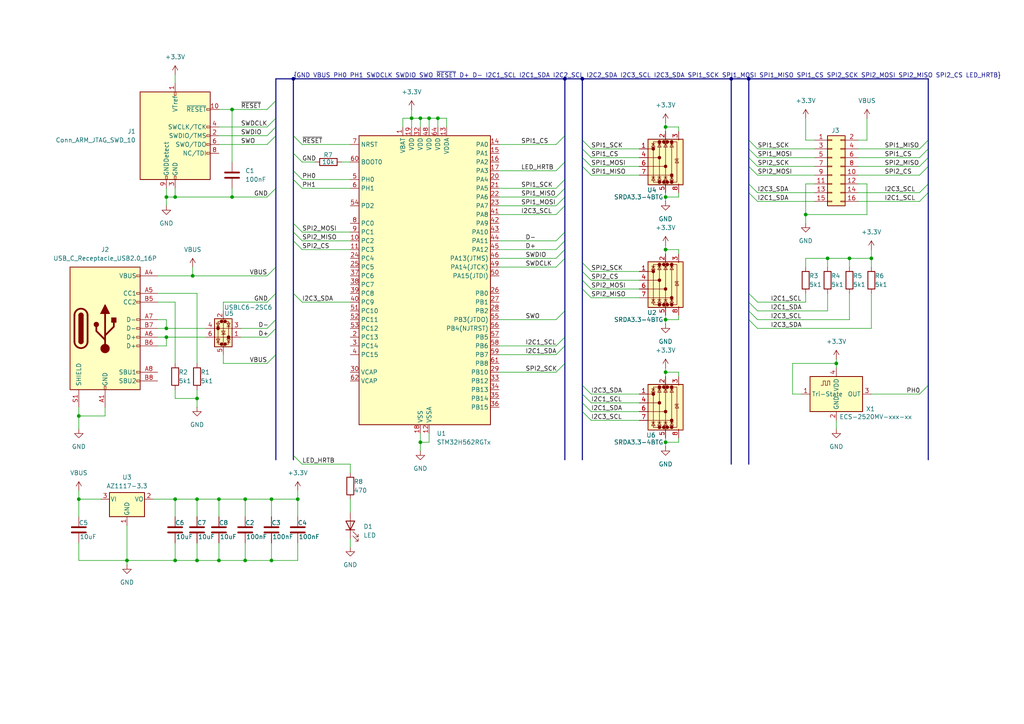
<source format=kicad_sch>
(kicad_sch (version 20231120) (generator "eeschema") (generator_version "8.0")
  (paper "A4")
  (lib_symbols
    (symbol "Connector:Conn_ARM_JTAG_SWD_10" (pin_names (offset 1.016))
      (property "Reference" "J" (at -2.54 16.51 0))
      (property "Value" "Conn_ARM_JTAG_SWD_10" (at -2.54 13.97 0))
      (symbol "Conn_ARM_JTAG_SWD_10_1_1"
        (pin power_in line (at 0 15.24 270) (length 2.54) (name "VTref") (number "1"))
        (pin open_collector line (at 12.7 7.62 180) (length 2.54) (name "~{RESET}") (number "10"))
        (pin bidirectional line (at 12.7 0 180) (length 2.54) (name "SWDIO/TMS") (number "2"))
        (pin power_in line (at 0 -15.24 90) (length 2.54) (name "GND") (number "3"))
        (pin output line (at 12.7 2.54 180) (length 2.54) (name "SWCLK/TCK") (number "4"))
        (pin passive line (at 0 -15.24 90) (length 2.54) hide (name "GND") (number "5"))
        (pin input line (at 12.7 -2.54 180) (length 2.54) (name "SWO/TDO") (number "6"))
        (pin no_connect line (at -10.16 0 0) (length 2.54) hide (name "KEY") (number "7"))
        (pin output line (at 12.7 -5.08 180) (length 2.54) (name "NC/TDI") (number "8"))
        (pin passive line (at -2.54 -15.24 90) (length 2.54) (name "GNDDetect") (number "9"))
      )
    )
    (symbol "Connector:USB_C_Receptacle_USB2.0_16P" (pin_names (offset 1.016))
      (property "Reference" "J" (at 0 22.225 0))
      (property "Value" "USB_C_Receptacle_USB2.0_16P" (at 0 19.685 0))
      (symbol "USB_C_Receptacle_USB2.0_16P_1_1"
        (pin passive line (at 0 -22.86 90) (length 5.08) (name "GND") (number "A1"))
        (pin passive line (at 0 -22.86 90) (length 5.08) hide (name "GND") (number "A12"))
        (pin passive line (at 15.24 15.24 180) (length 5.08) (name "VBUS") (number "A4"))
        (pin bidirectional line (at 15.24 10.16 180) (length 5.08) (name "CC1") (number "A5"))
        (pin bidirectional line (at 15.24 -2.54 180) (length 5.08) (name "D+") (number "A6"))
        (pin bidirectional line (at 15.24 2.54 180) (length 5.08) (name "D-") (number "A7"))
        (pin bidirectional line (at 15.24 -12.7 180) (length 5.08) (name "SBU1") (number "A8"))
        (pin passive line (at 15.24 15.24 180) (length 5.08) hide (name "VBUS") (number "A9"))
        (pin passive line (at 0 -22.86 90) (length 5.08) hide (name "GND") (number "B1"))
        (pin passive line (at 0 -22.86 90) (length 5.08) hide (name "GND") (number "B12"))
        (pin passive line (at 15.24 15.24 180) (length 5.08) hide (name "VBUS") (number "B4"))
        (pin bidirectional line (at 15.24 7.62 180) (length 5.08) (name "CC2") (number "B5"))
        (pin bidirectional line (at 15.24 -5.08 180) (length 5.08) (name "D+") (number "B6"))
        (pin bidirectional line (at 15.24 0 180) (length 5.08) (name "D-") (number "B7"))
        (pin bidirectional line (at 15.24 -15.24 180) (length 5.08) (name "SBU2") (number "B8"))
        (pin passive line (at 15.24 15.24 180) (length 5.08) hide (name "VBUS") (number "B9"))
        (pin passive line (at -7.62 -22.86 90) (length 5.08) (name "SHIELD") (number "S1"))
      )
    )
    (symbol "Connector_Generic:Conn_02x08_Odd_Even" (pin_names (offset 1.016) hide)
      (property "Reference" "J" (at 1.27 10.16 0))
      (property "Value" "Conn_02x08_Odd_Even" (at 1.27 -12.7 0))
      (symbol "Conn_02x08_Odd_Even_1_1"
        (pin passive line (at -5.08 7.62 0) (length 3.81) (name "Pin_1") (number "1"))
        (pin passive line (at 7.62 -2.54 180) (length 3.81) (name "Pin_10") (number "10"))
        (pin passive line (at -5.08 -5.08 0) (length 3.81) (name "Pin_11") (number "11"))
        (pin passive line (at 7.62 -5.08 180) (length 3.81) (name "Pin_12") (number "12"))
        (pin passive line (at -5.08 -7.62 0) (length 3.81) (name "Pin_13") (number "13"))
        (pin passive line (at 7.62 -7.62 180) (length 3.81) (name "Pin_14") (number "14"))
        (pin passive line (at -5.08 -10.16 0) (length 3.81) (name "Pin_15") (number "15"))
        (pin passive line (at 7.62 -10.16 180) (length 3.81) (name "Pin_16") (number "16"))
        (pin passive line (at 7.62 7.62 180) (length 3.81) (name "Pin_2") (number "2"))
        (pin passive line (at -5.08 5.08 0) (length 3.81) (name "Pin_3") (number "3"))
        (pin passive line (at 7.62 5.08 180) (length 3.81) (name "Pin_4") (number "4"))
        (pin passive line (at -5.08 2.54 0) (length 3.81) (name "Pin_5") (number "5"))
        (pin passive line (at 7.62 2.54 180) (length 3.81) (name "Pin_6") (number "6"))
        (pin passive line (at -5.08 0 0) (length 3.81) (name "Pin_7") (number "7"))
        (pin passive line (at 7.62 0 180) (length 3.81) (name "Pin_8") (number "8"))
        (pin passive line (at -5.08 -2.54 0) (length 3.81) (name "Pin_9") (number "9"))
      )
    )
    (symbol "Device:C" (pin_numbers hide) (pin_names (offset 0.254))
      (property "Reference" "C" (at 0.635 2.54 0))
      (property "Value" "C" (at 0.635 -2.54 0))
      (symbol "C_1_1"
        (pin passive line (at 0 3.81 270) (length 2.794) (name "~") (number "1"))
        (pin passive line (at 0 -3.81 90) (length 2.794) (name "~") (number "2"))
      )
    )
    (symbol "Device:LED" (pin_numbers hide) (pin_names (offset 1.016) hide)
      (property "Reference" "D" (at 0 2.54 0))
      (property "Value" "LED" (at 0 -2.54 0))
      (symbol "LED_1_1"
        (pin passive line (at -3.81 0 0) (length 2.54) (name "K") (number "1"))
        (pin passive line (at 3.81 0 180) (length 2.54) (name "A") (number "2"))
      )
    )
    (symbol "Device:R" (pin_numbers hide) (pin_names (offset 0))
      (property "Reference" "R" (at 2.032 0 90))
      (property "Value" "R" (at 0 0 90))
      (symbol "R_1_1"
        (pin passive line (at 0 3.81 270) (length 1.27) (name "~") (number "1"))
        (pin passive line (at 0 -3.81 90) (length 1.27) (name "~") (number "2"))
      )
    )
    (symbol "MCU_ST_STM32H5:STM32H562RGTx"
      (property "Reference" "U1" (at 4.7341 -43.18 0))
      (property "Value" "STM32H562RGTx" (at 4.7341 -45.72 0))
      (symbol "STM32H562RGTx_1_1"
        (pin power_in line (at -5.08 45.72 270) (length 2.54) (name "VBAT") (number "1"))
        (pin bidirectional line (at -20.32 12.7 0) (length 2.54) (name "PC2") (number "10"))
        (pin bidirectional line (at -20.32 10.16 0) (length 2.54) (name "PC3") (number "11"))
        (pin power_in line (at 2.54 -43.18 90) (length 2.54) (name "VSSA") (number "12"))
        (pin power_in line (at 7.62 45.72 270) (length 2.54) (name "VDDA") (number "13"))
        (pin bidirectional line (at 22.86 40.64 180) (length 2.54) (name "PA0") (number "14"))
        (pin bidirectional line (at 22.86 38.1 180) (length 2.54) (name "PA1") (number "15"))
        (pin bidirectional line (at 22.86 35.56 180) (length 2.54) (name "PA2") (number "16"))
        (pin bidirectional line (at 22.86 33.02 180) (length 2.54) (name "PA3") (number "17"))
        (pin power_in line (at 0 -43.18 90) (length 2.54) (name "VSS") (number "18"))
        (pin power_in line (at -2.54 45.72 270) (length 2.54) (name "VDD") (number "19"))
        (pin bidirectional line (at -20.32 -15.24 0) (length 2.54) (name "PC13") (number "2"))
        (pin bidirectional line (at 22.86 30.48 180) (length 2.54) (name "PA4") (number "20"))
        (pin bidirectional line (at 22.86 27.94 180) (length 2.54) (name "PA5") (number "21"))
        (pin bidirectional line (at 22.86 25.4 180) (length 2.54) (name "PA6") (number "22"))
        (pin bidirectional line (at 22.86 22.86 180) (length 2.54) (name "PA7") (number "23"))
        (pin bidirectional line (at -20.32 7.62 0) (length 2.54) (name "PC4") (number "24"))
        (pin bidirectional line (at -20.32 5.08 0) (length 2.54) (name "PC5") (number "25"))
        (pin bidirectional line (at 22.86 -2.54 180) (length 2.54) (name "PB0") (number "26"))
        (pin bidirectional line (at 22.86 -5.08 180) (length 2.54) (name "PB1") (number "27"))
        (pin bidirectional line (at 22.86 -7.62 180) (length 2.54) (name "PB2") (number "28"))
        (pin bidirectional line (at 22.86 -25.4 180) (length 2.54) (name "PB10") (number "29"))
        (pin bidirectional line (at -20.32 -17.78 0) (length 2.54) (name "PC14") (number "3"))
        (pin power_out line (at -20.32 -25.4 0) (length 2.54) (name "VCAP") (number "30"))
        (pin passive line (at 0 -43.18 90) (length 2.54) hide (name "VSS") (number "31"))
        (pin power_in line (at 0 45.72 270) (length 2.54) (name "VDD") (number "32"))
        (pin bidirectional line (at 22.86 -27.94 180) (length 2.54) (name "PB12") (number "33"))
        (pin bidirectional line (at 22.86 -30.48 180) (length 2.54) (name "PB13") (number "34"))
        (pin bidirectional line (at 22.86 -33.02 180) (length 2.54) (name "PB14") (number "35"))
        (pin bidirectional line (at 22.86 -35.56 180) (length 2.54) (name "PB15") (number "36"))
        (pin bidirectional line (at -20.32 2.54 0) (length 2.54) (name "PC6") (number "37"))
        (pin bidirectional line (at -20.32 0 0) (length 2.54) (name "PC7") (number "38"))
        (pin bidirectional line (at -20.32 -2.54 0) (length 2.54) (name "PC8") (number "39"))
        (pin bidirectional line (at -20.32 -20.32 0) (length 2.54) (name "PC15") (number "4"))
        (pin bidirectional line (at -20.32 -5.08 0) (length 2.54) (name "PC9") (number "40"))
        (pin bidirectional line (at 22.86 20.32 180) (length 2.54) (name "PA8") (number "41"))
        (pin bidirectional line (at 22.86 17.78 180) (length 2.54) (name "PA9") (number "42"))
        (pin bidirectional line (at 22.86 15.24 180) (length 2.54) (name "PA10") (number "43"))
        (pin bidirectional line (at 22.86 12.7 180) (length 2.54) (name "PA11") (number "44"))
        (pin bidirectional line (at 22.86 10.16 180) (length 2.54) (name "PA12") (number "45"))
        (pin bidirectional line (at 22.86 7.62 180) (length 2.54) (name "PA13(JTMS)") (number "46"))
        (pin passive line (at 0 -43.18 90) (length 2.54) hide (name "VSS") (number "47"))
        (pin power_in line (at 2.54 45.72 270) (length 2.54) (name "VDD") (number "48"))
        (pin bidirectional line (at 22.86 5.08 180) (length 2.54) (name "PA14(JTCK)") (number "49"))
        (pin bidirectional line (at -20.32 30.48 0) (length 2.54) (name "PH0") (number "5"))
        (pin bidirectional line (at 22.86 2.54 180) (length 2.54) (name "PA15(JTDI)") (number "50"))
        (pin bidirectional line (at -20.32 -7.62 0) (length 2.54) (name "PC10") (number "51"))
        (pin bidirectional line (at -20.32 -10.16 0) (length 2.54) (name "PC11") (number "52"))
        (pin bidirectional line (at -20.32 -12.7 0) (length 2.54) (name "PC12") (number "53"))
        (pin bidirectional line (at -20.32 22.86 0) (length 2.54) (name "PD2") (number "54"))
        (pin bidirectional line (at 22.86 -10.16 180) (length 2.54) (name "PB3(JTDO)") (number "55"))
        (pin bidirectional line (at 22.86 -12.7 180) (length 2.54) (name "PB4(NJTRST)") (number "56"))
        (pin bidirectional line (at 22.86 -15.24 180) (length 2.54) (name "PB5") (number "57"))
        (pin bidirectional line (at 22.86 -17.78 180) (length 2.54) (name "PB6") (number "58"))
        (pin bidirectional line (at 22.86 -20.32 180) (length 2.54) (name "PB7") (number "59"))
        (pin bidirectional line (at -20.32 27.94 0) (length 2.54) (name "PH1") (number "6"))
        (pin input line (at -20.32 35.56 0) (length 2.54) (name "BOOT0") (number "60"))
        (pin bidirectional line (at 22.86 -22.86 180) (length 2.54) (name "PB8") (number "61"))
        (pin power_out line (at -20.32 -27.94 0) (length 2.54) (name "VCAP") (number "62"))
        (pin passive line (at 0 -43.18 90) (length 2.54) hide (name "VSS") (number "63"))
        (pin power_in line (at 5.08 45.72 270) (length 2.54) (name "VDD") (number "64"))
        (pin input line (at -20.32 40.64 0) (length 2.54) (name "NRST") (number "7"))
        (pin bidirectional line (at -20.32 17.78 0) (length 2.54) (name "PC0") (number "8"))
        (pin bidirectional line (at -20.32 15.24 0) (length 2.54) (name "PC1") (number "9"))
      )
    )
    (symbol "Oscillator:ECS-2520MV-xxx-xx"
      (property "Reference" "X" (at -5.08 6.35 0))
      (property "Value" "ECS-2520MV-xxx-xx" (at 1.27 -6.35 0))
      (symbol "ECS-2520MV-xxx-xx_1_1"
        (pin input line (at -10.16 0 0) (length 2.54) (name "Tri-State") (number "1"))
        (pin power_in line (at 0 -7.62 90) (length 2.54) (name "GND") (number "2"))
        (pin output line (at 10.16 0 180) (length 2.54) (name "OUT") (number "3"))
        (pin power_in line (at 0 7.62 270) (length 2.54) (name "VDD") (number "4"))
      )
    )
    (symbol "Power_Protection:USBLC6-2SC6" (pin_names hide)
      (property "Reference" "U" (at 0.635 5.715 0))
      (property "Value" "USBLC6-2SC6" (at 0.635 3.81 0))
      (symbol "USBLC6-2SC6_1_1"
        (pin passive line (at -5.08 0 0) (length 2.54) (name "I/O1") (number "1"))
        (pin passive line (at 0 -7.62 90) (length 2.54) (name "GND") (number "2"))
        (pin passive line (at -5.08 -2.54 0) (length 2.54) (name "I/O2") (number "3"))
        (pin passive line (at 5.08 -2.54 180) (length 2.54) (name "I/O2") (number "4"))
        (pin passive line (at 0 5.08 270) (length 2.54) (name "VBUS") (number "5"))
        (pin passive line (at 5.08 0 180) (length 2.54) (name "I/O1") (number "6"))
      )
    )
    (symbol "Regulator_Linear:AZ1117-3.3" (pin_names (offset 0.254))
      (property "Reference" "U" (at -3.81 3.175 0))
      (property "Value" "AZ1117-3.3" (at 0 3.175 0))
      (symbol "AZ1117-3.3_1_1"
        (pin power_in line (at 0 -7.62 90) (length 2.54) (name "GND") (number "1"))
        (pin power_out line (at 7.62 0 180) (length 2.54) (name "VO") (number "2"))
        (pin power_in line (at -7.62 0 0) (length 2.54) (name "VI") (number "3"))
      )
    )
    (symbol "expander-hw:TVS-Diode-Array4" (pin_names hide)
      (property "Reference" "U" (at 0 12.7 0))
      (property "Value" "TVS-Diode-Array4" (at 0 10.16 0))
      (symbol "TVS-Diode-Array4_1_1"
        (pin passive line (at -7.62 2.54 0) (length 2.54) (name "I/O1") (number "1"))
        (pin passive line (at 0 7.62 270) (length 2.54) (name "VBUS") (number "2"))
        (pin passive line (at 3.81 7.62 270) (length 2.54) (name "VBUS") (number "3"))
        (pin passive line (at -7.62 0 0) (length 2.54) (name "I/O2") (number "4"))
        (pin passive line (at 0 -10.16 90) (length 2.54) (name "GND") (number "5"))
        (pin passive line (at -7.62 -2.54 0) (length 2.54) (name "I/O3") (number "6"))
        (pin passive line (at -7.62 -5.08 0) (length 2.54) (name "I/O4") (number "7"))
        (pin passive line (at 3.81 -10.16 90) (length 2.54) (name "GND") (number "8"))
      )
    )
    (symbol "power:+3.3V" (power) (pin_numbers hide) (pin_names (offset 0) hide)
      (property "Value" "+3.3V" (at 0 3.556 0))
      (symbol "+3.3V_1_1"
        (pin power_in line (at 0 0 90) (length 0) (name "~") (number "1"))
      )
    )
    (symbol "power:GND" (power) (pin_numbers hide) (pin_names (offset 0) hide)
      (property "Value" "GND" (at 0 -3.81 0))
      (symbol "GND_1_1"
        (pin power_in line (at 0 0 270) (length 0) (name "~") (number "1"))
      )
    )
    (symbol "power:VBUS" (power) (pin_numbers hide) (pin_names (offset 0) hide)
      (property "Value" "VBUS" (at 0 3.556 0))
      (symbol "VBUS_1_1"
        (pin power_in line (at 0 0 90) (length 0) (name "~") (number "1"))
      )
    )
  )
  (junction (at 193.04 128.27))
  (junction (at 193.04 57.15))
  (junction (at 217.17 22.86))
  (junction (at 212.09 22.86))
  (junction (at 193.04 92.71))
  (junction (at 22.86 120.65))
  (junction (at 233.68 62.23))
  (junction (at 193.04 107.95))
  (junction (at 48.26 95.25))
  (junction (at 57.15 144.78))
  (junction (at 78.74 144.78))
  (junction (at 50.8 57.15))
  (junction (at 22.86 144.78))
  (junction (at 240.03 74.93))
  (junction (at 242.57 105.41))
  (junction (at 85.09 22.86))
  (junction (at 71.12 162.56))
  (junction (at 193.04 72.39))
  (junction (at 121.92 34.29))
  (junction (at 86.36 144.78))
  (junction (at 119.38 34.29))
  (junction (at 127 34.29))
  (junction (at 63.5 162.56))
  (junction (at 67.31 57.15))
  (junction (at 71.12 144.78))
  (junction (at 48.26 57.15))
  (junction (at 246.38 74.93))
  (junction (at 36.83 162.56))
  (junction (at 163.83 22.86))
  (junction (at 193.04 36.83))
  (junction (at 252.73 74.93))
  (junction (at 55.88 80.01))
  (junction (at 63.5 144.78))
  (junction (at 124.46 34.29))
  (junction (at 50.8 162.56))
  (junction (at 50.8 144.78))
  (junction (at 78.74 162.56))
  (junction (at 168.91 22.86))
  (junction (at 57.15 162.56))
  (junction (at 48.26 97.79))
  (junction (at 67.31 31.75))
  (junction (at 57.15 115.57))
  (junction (at 121.92 128.27))
  (bus_entry (at 269.24 43.18) (size -2.54 2.54))
  (bus_entry (at 217.17 48.26) (size 2.54 2.54))
  (bus_entry (at 217.17 40.64) (size 2.54 2.54))
  (bus_entry (at 80.01 29.21) (size -2.54 2.54))
  (bus_entry (at 163.83 105.41) (size -2.54 2.54))
  (bus_entry (at 217.17 45.72) (size 2.54 2.54))
  (bus_entry (at 269.24 55.88) (size -2.54 2.54))
  (bus_entry (at 163.83 90.17) (size -2.54 2.54))
  (bus_entry (at 168.91 48.26) (size 2.54 2.54))
  (bus_entry (at 269.24 40.64) (size -2.54 2.54))
  (bus_entry (at 85.09 52.07) (size 2.54 2.54))
  (bus_entry (at 269.24 45.72) (size -2.54 2.54))
  (bus_entry (at 269.24 53.34) (size -2.54 2.54))
  (bus_entry (at 217.17 43.18) (size 2.54 2.54))
  (bus_entry (at 168.91 40.64) (size 2.54 2.54))
  (bus_entry (at 163.83 67.31) (size -2.54 2.54))
  (bus_entry (at 80.01 34.29) (size -2.54 2.54))
  (bus_entry (at 80.01 102.87) (size -2.54 2.54))
  (bus_entry (at 85.09 49.53) (size 2.54 2.54))
  (bus_entry (at 163.83 97.79) (size -2.54 2.54))
  (bus_entry (at 168.91 111.76) (size 2.54 2.54))
  (bus_entry (at 217.17 53.34) (size 2.54 2.54))
  (bus_entry (at 168.91 43.18) (size 2.54 2.54))
  (bus_entry (at 80.01 92.71) (size -2.54 2.54))
  (bus_entry (at 163.83 54.61) (size -2.54 2.54))
  (bus_entry (at 163.83 57.15) (size -2.54 2.54))
  (bus_entry (at 85.09 67.31) (size 2.54 2.54))
  (bus_entry (at 80.01 54.61) (size -2.54 2.54))
  (bus_entry (at 80.01 39.37) (size -2.54 2.54))
  (bus_entry (at 163.83 52.07) (size -2.54 2.54))
  (bus_entry (at 85.09 69.85) (size 2.54 2.54))
  (bus_entry (at 163.83 74.93) (size -2.54 2.54))
  (bus_entry (at 163.83 59.69) (size -2.54 2.54))
  (bus_entry (at 85.09 39.37) (size 2.54 2.54))
  (bus_entry (at 80.01 95.25) (size -2.54 2.54))
  (bus_entry (at 168.91 81.28) (size 2.54 2.54))
  (bus_entry (at 217.17 92.71) (size 2.54 2.54))
  (bus_entry (at 80.01 36.83) (size -2.54 2.54))
  (bus_entry (at 163.83 39.37) (size -2.54 2.54))
  (bus_entry (at 163.83 46.99) (size -2.54 2.54))
  (bus_entry (at 168.91 114.3) (size 2.54 2.54))
  (bus_entry (at 217.17 85.09) (size 2.54 2.54))
  (bus_entry (at 163.83 72.39) (size -2.54 2.54))
  (bus_entry (at 85.09 132.08) (size 2.54 2.54))
  (bus_entry (at 168.91 45.72) (size 2.54 2.54))
  (bus_entry (at 217.17 87.63) (size 2.54 2.54))
  (bus_entry (at 168.91 78.74) (size 2.54 2.54))
  (bus_entry (at 217.17 55.88) (size 2.54 2.54))
  (bus_entry (at 85.09 85.09) (size 2.54 2.54))
  (bus_entry (at 269.24 111.76) (size -2.54 2.54))
  (bus_entry (at 269.24 48.26) (size -2.54 2.54))
  (bus_entry (at 85.09 64.77) (size 2.54 2.54))
  (bus_entry (at 80.01 77.47) (size -2.54 2.54))
  (bus_entry (at 163.83 100.33) (size -2.54 2.54))
  (bus_entry (at 80.01 85.09) (size -2.54 2.54))
  (bus_entry (at 217.17 90.17) (size 2.54 2.54))
  (bus_entry (at 85.09 44.45) (size 2.54 2.54))
  (bus_entry (at 168.91 119.38) (size 2.54 2.54))
  (bus_entry (at 163.83 69.85) (size -2.54 2.54))
  (bus_entry (at 168.91 76.2) (size 2.54 2.54))
  (bus_entry (at 168.91 116.84) (size 2.54 2.54))
  (bus_entry (at 168.91 83.82) (size 2.54 2.54))
  (wire (pts (xy 87.63 134.62) (xy 101.6 134.62)))
  (wire (pts (xy 193.04 107.95) (xy 196.85 107.95)))
  (bus (pts (xy 269.24 45.72) (xy 269.24 48.26)))
  (wire (pts (xy 144.78 62.23) (xy 161.29 62.23)))
  (wire (pts (xy 71.12 157.48) (xy 71.12 162.56)))
  (wire (pts (xy 248.92 53.34) (xy 251.46 53.34)))
  (wire (pts (xy 193.04 57.15) (xy 193.04 58.42)))
  (wire (pts (xy 193.04 36.83) (xy 196.85 36.83)))
  (bus (pts (xy 217.17 53.34) (xy 217.17 55.88)))
  (wire (pts (xy 193.04 72.39) (xy 193.04 73.66)))
  (bus (pts (xy 163.83 97.79) (xy 163.83 100.33)))
  (bus (pts (xy 269.24 53.34) (xy 269.24 55.88)))
  (wire (pts (xy 45.72 85.09) (xy 57.15 85.09)))
  (wire (pts (xy 233.68 62.23) (xy 251.46 62.23)))
  (wire (pts (xy 193.04 55.88) (xy 193.04 57.15)))
  (wire (pts (xy 193.04 92.71) (xy 196.85 92.71)))
  (wire (pts (xy 50.8 144.78) (xy 50.8 149.86)))
  (wire (pts (xy 57.15 115.57) (xy 57.15 118.11)))
  (bus (pts (xy 217.17 45.72) (xy 217.17 48.26)))
  (wire (pts (xy 87.63 67.31) (xy 101.6 67.31)))
  (wire (pts (xy 22.86 118.11) (xy 22.86 120.65)))
  (wire (pts (xy 219.71 90.17) (xy 240.03 90.17)))
  (wire (pts (xy 99.06 46.99) (xy 101.6 46.99)))
  (wire (pts (xy 219.71 45.72) (xy 236.22 45.72)))
  (bus (pts (xy 217.17 22.86) (xy 217.17 40.64)))
  (wire (pts (xy 193.04 92.71) (xy 193.04 93.98)))
  (wire (pts (xy 127 34.29) (xy 127 36.83)))
  (bus (pts (xy 163.83 105.41) (xy 163.83 133.35)))
  (bus (pts (xy 217.17 43.18) (xy 217.17 45.72)))
  (bus (pts (xy 212.09 22.86) (xy 212.09 134.62)))
  (wire (pts (xy 45.72 100.33) (xy 48.26 100.33)))
  (wire (pts (xy 87.63 41.91) (xy 101.6 41.91)))
  (wire (pts (xy 144.78 100.33) (xy 161.29 100.33)))
  (bus (pts (xy 85.09 69.85) (xy 85.09 85.09)))
  (wire (pts (xy 119.38 31.75) (xy 119.38 34.29)))
  (wire (pts (xy 233.68 40.64) (xy 236.22 40.64)))
  (wire (pts (xy 171.45 50.8) (xy 185.42 50.8)))
  (wire (pts (xy 50.8 87.63) (xy 50.8 105.41)))
  (wire (pts (xy 193.04 128.27) (xy 193.04 129.54)))
  (wire (pts (xy 78.74 144.78) (xy 86.36 144.78)))
  (wire (pts (xy 30.48 118.11) (xy 30.48 120.65)))
  (wire (pts (xy 248.92 45.72) (xy 266.7 45.72)))
  (wire (pts (xy 171.45 114.3) (xy 185.42 114.3)))
  (bus (pts (xy 269.24 22.86) (xy 269.24 40.64)))
  (bus (pts (xy 80.01 95.25) (xy 80.01 102.87)))
  (wire (pts (xy 87.63 69.85) (xy 101.6 69.85)))
  (bus (pts (xy 163.83 74.93) (xy 163.83 90.17)))
  (wire (pts (xy 144.78 74.93) (xy 161.29 74.93)))
  (wire (pts (xy 193.04 72.39) (xy 196.85 72.39)))
  (bus (pts (xy 85.09 52.07) (xy 85.09 64.77)))
  (wire (pts (xy 196.85 91.44) (xy 196.85 92.71)))
  (wire (pts (xy 86.36 157.48) (xy 86.36 162.56)))
  (wire (pts (xy 121.92 128.27) (xy 124.46 128.27)))
  (wire (pts (xy 144.78 41.91) (xy 161.29 41.91)))
  (wire (pts (xy 121.92 36.83) (xy 121.92 34.29)))
  (wire (pts (xy 119.38 34.29) (xy 119.38 36.83)))
  (wire (pts (xy 252.73 95.25) (xy 252.73 85.09)))
  (wire (pts (xy 71.12 144.78) (xy 78.74 144.78)))
  (bus (pts (xy 85.09 85.09) (xy 85.09 132.08)))
  (bus (pts (xy 85.09 132.08) (xy 85.09 133.35)))
  (wire (pts (xy 144.78 107.95) (xy 161.29 107.95)))
  (bus (pts (xy 168.91 111.76) (xy 168.91 114.3)))
  (wire (pts (xy 124.46 125.73) (xy 124.46 128.27)))
  (bus (pts (xy 80.01 54.61) (xy 80.01 77.47)))
  (wire (pts (xy 193.04 127) (xy 193.04 128.27)))
  (bus (pts (xy 168.91 76.2) (xy 168.91 78.74)))
  (wire (pts (xy 219.71 92.71) (xy 246.38 92.71)))
  (wire (pts (xy 48.26 54.61) (xy 48.26 57.15)))
  (wire (pts (xy 71.12 144.78) (xy 71.12 149.86)))
  (bus (pts (xy 217.17 87.63) (xy 217.17 90.17)))
  (wire (pts (xy 171.45 81.28) (xy 185.42 81.28)))
  (bus (pts (xy 269.24 48.26) (xy 269.24 53.34)))
  (bus (pts (xy 163.83 69.85) (xy 163.83 72.39)))
  (wire (pts (xy 233.68 74.93) (xy 233.68 77.47)))
  (wire (pts (xy 248.92 43.18) (xy 266.7 43.18)))
  (wire (pts (xy 171.45 48.26) (xy 185.42 48.26)))
  (wire (pts (xy 63.5 39.37) (xy 77.47 39.37)))
  (wire (pts (xy 144.78 92.71) (xy 161.29 92.71)))
  (wire (pts (xy 64.77 105.41) (xy 77.47 105.41)))
  (bus (pts (xy 163.83 22.86) (xy 163.83 39.37)))
  (wire (pts (xy 219.71 43.18) (xy 236.22 43.18)))
  (wire (pts (xy 50.8 162.56) (xy 57.15 162.56)))
  (wire (pts (xy 57.15 157.48) (xy 57.15 162.56)))
  (wire (pts (xy 78.74 144.78) (xy 78.74 149.86)))
  (bus (pts (xy 168.91 22.86) (xy 212.09 22.86)))
  (bus (pts (xy 168.91 119.38) (xy 168.91 133.35)))
  (bus (pts (xy 163.83 67.31) (xy 163.83 69.85)))
  (wire (pts (xy 45.72 87.63) (xy 50.8 87.63)))
  (wire (pts (xy 240.03 90.17) (xy 240.03 85.09)))
  (wire (pts (xy 240.03 77.47) (xy 240.03 74.93)))
  (bus (pts (xy 168.91 48.26) (xy 168.91 76.2)))
  (bus (pts (xy 85.09 39.37) (xy 85.09 44.45)))
  (wire (pts (xy 64.77 87.63) (xy 77.47 87.63)))
  (wire (pts (xy 196.85 55.88) (xy 196.85 57.15)))
  (bus (pts (xy 80.01 92.71) (xy 80.01 95.25)))
  (wire (pts (xy 63.5 162.56) (xy 71.12 162.56)))
  (bus (pts (xy 163.83 57.15) (xy 163.83 59.69)))
  (wire (pts (xy 36.83 152.4) (xy 36.83 162.56)))
  (bus (pts (xy 163.83 72.39) (xy 163.83 74.93)))
  (wire (pts (xy 229.87 105.41) (xy 229.87 114.3)))
  (bus (pts (xy 168.91 43.18) (xy 168.91 45.72)))
  (wire (pts (xy 196.85 127) (xy 196.85 128.27)))
  (bus (pts (xy 168.91 83.82) (xy 168.91 111.76)))
  (wire (pts (xy 50.8 57.15) (xy 67.31 57.15)))
  (wire (pts (xy 252.73 72.39) (xy 252.73 74.93)))
  (wire (pts (xy 171.45 45.72) (xy 185.42 45.72)))
  (wire (pts (xy 219.71 87.63) (xy 233.68 87.63)))
  (bus (pts (xy 163.83 90.17) (xy 163.83 97.79)))
  (wire (pts (xy 119.38 34.29) (xy 121.92 34.29)))
  (wire (pts (xy 64.77 87.63) (xy 64.77 90.17)))
  (wire (pts (xy 171.45 43.18) (xy 185.42 43.18)))
  (wire (pts (xy 193.04 106.68) (xy 193.04 107.95)))
  (wire (pts (xy 101.6 134.62) (xy 101.6 137.16)))
  (wire (pts (xy 63.5 144.78) (xy 71.12 144.78)))
  (wire (pts (xy 246.38 74.93) (xy 246.38 77.47)))
  (wire (pts (xy 219.71 58.42) (xy 236.22 58.42)))
  (wire (pts (xy 69.85 97.79) (xy 77.47 97.79)))
  (wire (pts (xy 86.36 144.78) (xy 86.36 149.86)))
  (bus (pts (xy 85.09 64.77) (xy 85.09 67.31)))
  (wire (pts (xy 233.68 74.93) (xy 240.03 74.93)))
  (wire (pts (xy 246.38 74.93) (xy 252.73 74.93)))
  (bus (pts (xy 168.91 78.74) (xy 168.91 81.28)))
  (bus (pts (xy 80.01 39.37) (xy 80.01 54.61)))
  (bus (pts (xy 212.09 22.86) (xy 217.17 22.86)))
  (wire (pts (xy 242.57 121.92) (xy 242.57 124.46)))
  (wire (pts (xy 63.5 144.78) (xy 63.5 149.86)))
  (wire (pts (xy 48.26 95.25) (xy 48.26 92.71)))
  (wire (pts (xy 22.86 120.65) (xy 22.86 124.46)))
  (wire (pts (xy 29.21 144.78) (xy 22.86 144.78)))
  (wire (pts (xy 22.86 144.78) (xy 22.86 142.24)))
  (wire (pts (xy 196.85 73.66) (xy 196.85 72.39)))
  (wire (pts (xy 233.68 87.63) (xy 233.68 85.09)))
  (wire (pts (xy 69.85 95.25) (xy 77.47 95.25)))
  (wire (pts (xy 101.6 144.78) (xy 101.6 148.59)))
  (wire (pts (xy 248.92 50.8) (xy 266.7 50.8)))
  (bus (pts (xy 80.01 77.47) (xy 80.01 85.09)))
  (wire (pts (xy 233.68 53.34) (xy 236.22 53.34)))
  (bus (pts (xy 163.83 22.86) (xy 168.91 22.86)))
  (wire (pts (xy 219.71 55.88) (xy 236.22 55.88)))
  (wire (pts (xy 193.04 36.83) (xy 193.04 38.1)))
  (wire (pts (xy 219.71 48.26) (xy 236.22 48.26)))
  (wire (pts (xy 64.77 105.41) (xy 64.77 102.87)))
  (wire (pts (xy 171.45 119.38) (xy 185.42 119.38)))
  (wire (pts (xy 229.87 105.41) (xy 242.57 105.41)))
  (wire (pts (xy 124.46 34.29) (xy 127 34.29)))
  (wire (pts (xy 124.46 34.29) (xy 124.46 36.83)))
  (wire (pts (xy 57.15 85.09) (xy 57.15 105.41)))
  (wire (pts (xy 36.83 162.56) (xy 50.8 162.56)))
  (wire (pts (xy 22.86 162.56) (xy 36.83 162.56)))
  (wire (pts (xy 22.86 157.48) (xy 22.86 162.56)))
  (wire (pts (xy 144.78 54.61) (xy 161.29 54.61)))
  (wire (pts (xy 50.8 24.13) (xy 50.8 21.59)))
  (wire (pts (xy 45.72 92.71) (xy 48.26 92.71)))
  (bus (pts (xy 217.17 22.86) (xy 269.24 22.86)))
  (wire (pts (xy 87.63 52.07) (xy 101.6 52.07)))
  (wire (pts (xy 127 34.29) (xy 129.54 34.29)))
  (wire (pts (xy 87.63 87.63) (xy 101.6 87.63)))
  (bus (pts (xy 80.01 22.86) (xy 80.01 29.21)))
  (bus (pts (xy 163.83 54.61) (xy 163.83 57.15)))
  (bus (pts (xy 168.91 22.86) (xy 168.91 40.64)))
  (bus (pts (xy 217.17 90.17) (xy 217.17 92.71)))
  (wire (pts (xy 48.26 57.15) (xy 48.26 59.69)))
  (wire (pts (xy 45.72 97.79) (xy 48.26 97.79)))
  (wire (pts (xy 50.8 144.78) (xy 57.15 144.78)))
  (wire (pts (xy 219.71 50.8) (xy 236.22 50.8)))
  (bus (pts (xy 168.91 116.84) (xy 168.91 119.38)))
  (wire (pts (xy 252.73 74.93) (xy 252.73 77.47)))
  (wire (pts (xy 57.15 162.56) (xy 63.5 162.56)))
  (wire (pts (xy 219.71 95.25) (xy 252.73 95.25)))
  (wire (pts (xy 233.68 34.29) (xy 233.68 40.64)))
  (wire (pts (xy 193.04 71.12) (xy 193.04 72.39)))
  (wire (pts (xy 193.04 107.95) (xy 193.04 109.22)))
  (wire (pts (xy 50.8 115.57) (xy 57.15 115.57)))
  (bus (pts (xy 85.09 22.86) (xy 85.09 39.37)))
  (wire (pts (xy 101.6 156.21) (xy 101.6 158.75)))
  (wire (pts (xy 248.92 40.64) (xy 251.46 40.64)))
  (wire (pts (xy 36.83 162.56) (xy 36.83 163.83)))
  (bus (pts (xy 168.91 81.28) (xy 168.91 83.82)))
  (wire (pts (xy 67.31 57.15) (xy 77.47 57.15)))
  (wire (pts (xy 87.63 46.99) (xy 91.44 46.99)))
  (wire (pts (xy 57.15 113.03) (xy 57.15 115.57)))
  (bus (pts (xy 269.24 111.76) (xy 269.24 133.35)))
  (wire (pts (xy 63.5 36.83) (xy 77.47 36.83)))
  (wire (pts (xy 240.03 74.93) (xy 246.38 74.93)))
  (bus (pts (xy 217.17 85.09) (xy 217.17 87.63)))
  (wire (pts (xy 22.86 144.78) (xy 22.86 149.86)))
  (wire (pts (xy 193.04 91.44) (xy 193.04 92.71)))
  (wire (pts (xy 48.26 100.33) (xy 48.26 97.79)))
  (bus (pts (xy 217.17 92.71) (xy 217.17 134.62)))
  (wire (pts (xy 171.45 86.36) (xy 185.42 86.36)))
  (bus (pts (xy 163.83 39.37) (xy 163.83 46.99)))
  (wire (pts (xy 50.8 57.15) (xy 48.26 57.15)))
  (wire (pts (xy 57.15 144.78) (xy 63.5 144.78)))
  (wire (pts (xy 121.92 128.27) (xy 121.92 130.81)))
  (wire (pts (xy 196.85 38.1) (xy 196.85 36.83)))
  (bus (pts (xy 85.09 22.86) (xy 80.01 22.86)))
  (wire (pts (xy 67.31 31.75) (xy 67.31 46.99)))
  (wire (pts (xy 116.84 34.29) (xy 119.38 34.29)))
  (wire (pts (xy 193.04 128.27) (xy 196.85 128.27)))
  (wire (pts (xy 55.88 80.01) (xy 77.47 80.01)))
  (bus (pts (xy 217.17 55.88) (xy 217.17 85.09)))
  (wire (pts (xy 248.92 58.42) (xy 266.7 58.42)))
  (bus (pts (xy 80.01 102.87) (xy 80.01 133.35)))
  (bus (pts (xy 163.83 100.33) (xy 163.83 105.41)))
  (wire (pts (xy 63.5 41.91) (xy 77.47 41.91)))
  (wire (pts (xy 144.78 72.39) (xy 161.29 72.39)))
  (bus (pts (xy 217.17 48.26) (xy 217.17 53.34)))
  (wire (pts (xy 57.15 149.86) (xy 57.15 144.78)))
  (bus (pts (xy 85.09 44.45) (xy 85.09 49.53)))
  (wire (pts (xy 252.73 114.3) (xy 266.7 114.3)))
  (wire (pts (xy 44.45 144.78) (xy 50.8 144.78)))
  (wire (pts (xy 55.88 80.01) (xy 55.88 77.47)))
  (wire (pts (xy 121.92 34.29) (xy 124.46 34.29)))
  (wire (pts (xy 50.8 113.03) (xy 50.8 115.57)))
  (wire (pts (xy 171.45 121.92) (xy 185.42 121.92)))
  (wire (pts (xy 144.78 49.53) (xy 161.29 49.53)))
  (wire (pts (xy 50.8 157.48) (xy 50.8 162.56)))
  (wire (pts (xy 144.78 77.47) (xy 161.29 77.47)))
  (wire (pts (xy 248.92 48.26) (xy 266.7 48.26)))
  (wire (pts (xy 193.04 35.56) (xy 193.04 36.83)))
  (wire (pts (xy 121.92 125.73) (xy 121.92 128.27)))
  (wire (pts (xy 251.46 53.34) (xy 251.46 62.23)))
  (wire (pts (xy 171.45 78.74) (xy 185.42 78.74)))
  (bus (pts (xy 269.24 40.64) (xy 269.24 43.18)))
  (bus (pts (xy 168.91 45.72) (xy 168.91 48.26)))
  (bus (pts (xy 80.01 34.29) (xy 80.01 36.83)))
  (wire (pts (xy 246.38 92.71) (xy 246.38 85.09)))
  (wire (pts (xy 87.63 54.61) (xy 101.6 54.61)))
  (wire (pts (xy 48.26 97.79) (xy 59.69 97.79)))
  (bus (pts (xy 85.09 67.31) (xy 85.09 69.85)))
  (wire (pts (xy 229.87 114.3) (xy 232.41 114.3)))
  (wire (pts (xy 50.8 54.61) (xy 50.8 57.15)))
  (wire (pts (xy 196.85 109.22) (xy 196.85 107.95)))
  (wire (pts (xy 233.68 62.23) (xy 233.68 64.77)))
  (bus (pts (xy 163.83 52.07) (xy 163.83 54.61)))
  (wire (pts (xy 171.45 116.84) (xy 185.42 116.84)))
  (wire (pts (xy 193.04 57.15) (xy 196.85 57.15)))
  (bus (pts (xy 85.09 22.86) (xy 163.83 22.86)))
  (wire (pts (xy 48.26 95.25) (xy 59.69 95.25)))
  (wire (pts (xy 242.57 104.14) (xy 242.57 105.41)))
  (wire (pts (xy 116.84 36.83) (xy 116.84 34.29)))
  (wire (pts (xy 251.46 40.64) (xy 251.46 34.29)))
  (wire (pts (xy 233.68 53.34) (xy 233.68 62.23)))
  (bus (pts (xy 85.09 49.53) (xy 85.09 52.07)))
  (bus (pts (xy 80.01 29.21) (xy 80.01 34.29)))
  (wire (pts (xy 242.57 105.41) (xy 242.57 106.68)))
  (wire (pts (xy 63.5 31.75) (xy 67.31 31.75)))
  (wire (pts (xy 129.54 36.83) (xy 129.54 34.29)))
  (wire (pts (xy 144.78 57.15) (xy 161.29 57.15)))
  (wire (pts (xy 22.86 120.65) (xy 30.48 120.65)))
  (wire (pts (xy 87.63 72.39) (xy 101.6 72.39)))
  (wire (pts (xy 67.31 31.75) (xy 77.47 31.75)))
  (bus (pts (xy 217.17 40.64) (xy 217.17 43.18)))
  (bus (pts (xy 269.24 43.18) (xy 269.24 45.72)))
  (bus (pts (xy 163.83 46.99) (xy 163.83 52.07)))
  (wire (pts (xy 171.45 83.82) (xy 185.42 83.82)))
  (wire (pts (xy 45.72 80.01) (xy 55.88 80.01)))
  (wire (pts (xy 86.36 142.24) (xy 86.36 144.78)))
  (wire (pts (xy 144.78 69.85) (xy 161.29 69.85)))
  (bus (pts (xy 168.91 114.3) (xy 168.91 116.84)))
  (wire (pts (xy 78.74 162.56) (xy 86.36 162.56)))
  (wire (pts (xy 78.74 157.48) (xy 78.74 162.56)))
  (wire (pts (xy 248.92 55.88) (xy 266.7 55.88)))
  (bus (pts (xy 80.01 85.09) (xy 80.01 92.71)))
  (bus (pts (xy 168.91 40.64) (xy 168.91 43.18)))
  (wire (pts (xy 45.72 95.25) (xy 48.26 95.25)))
  (bus (pts (xy 163.83 59.69) (xy 163.83 67.31)))
  (bus (pts (xy 80.01 36.83) (xy 80.01 39.37)))
  (wire (pts (xy 63.5 157.48) (xy 63.5 162.56)))
  (wire (pts (xy 144.78 59.69) (xy 161.29 59.69)))
  (bus (pts (xy 269.24 55.88) (xy 269.24 111.76)))
  (wire (pts (xy 71.12 162.56) (xy 78.74 162.56)))
  (wire (pts (xy 67.31 54.61) (xy 67.31 57.15)))
  (wire (pts (xy 144.78 102.87) (xy 161.29 102.87)))
  (label "SPI2_MISO" (at 256.54 48.26 0))
  (label "SPI1_SCK" (at 219.71 43.18 0))
  (label "I2C3_SDA" (at 171.45 114.3 0))
  (label "VBUS" (at 72.39 105.41 0))
  (label "SPI1_MISO" (at 151.13 57.15 0))
  (label "SPI2_SCK" (at 219.71 48.26 0))
  (label "I2C3_SDA" (at 223.52 95.25 0))
  (label "D-" (at 74.93 95.25 0))
  (label "LED_HRTB" (at 87.63 134.62 0))
  (label "SPI1_CS" (at 256.54 45.72 0))
  (label "LED_HRTB" (at 151.13 49.53 0))
  (label "SPI2_MOSI" (at 219.71 50.8 0))
  (label "{GND VBUS PH0 PH1 SWDCLK SWDIO SWO ~{RESET} D+ D- I2C1_SCL I2C1_SDA I2C2_SCL I2C2_SDA I2C3_SCL I2C3_SDA SPI1_SCK SPI1_MOSI SPI1_MISO SPI1_CS SPI2_SCK SPI2_MOSI SPI2_MISO SPI2_CS LED_HRTB}" (at 85.09 22.86 0))
  (label "SPI2_MISO" (at 87.63 69.85 0))
  (label "SPI1_MOSI" (at 171.45 48.26 0))
  (label "I2C1_SCL" (at 171.45 116.84 0))
  (label "I2C1_SCL" (at 152.4 100.33 0))
  (label "GND" (at 73.66 57.15 0))
  (label "I2C3_SCL" (at 171.45 121.92 0))
  (label "SPI2_CS" (at 87.63 72.39 0))
  (label "I2C1_SDA" (at 152.4 102.87 0))
  (label "SWDIO" (at 69.85 39.37 0))
  (label "SPI2_MOSI" (at 171.45 83.82 0))
  (label "I2C3_SCL" (at 151.13 62.23 0))
  (label "SPI2_CS" (at 171.45 81.28 0))
  (label "I2C1_SDA" (at 223.52 90.17 0))
  (label "SWDIO" (at 152.4 74.93 0))
  (label "SPI2_SCK" (at 152.4 107.95 0))
  (label "PH1" (at 87.63 54.61 0))
  (label "I2C3_SCL" (at 256.54 55.88 0))
  (label "PH0" (at 87.63 52.07 0))
  (label "SPI1_CS" (at 151.13 41.91 0))
  (label "SWDCLK" (at 69.85 36.83 0))
  (label "D+" (at 74.93 97.79 0))
  (label "SPI2_MOSI" (at 87.63 67.31 0))
  (label "D+" (at 152.4 72.39 0))
  (label "I2C1_SCL" (at 256.54 58.42 0))
  (label "SPI2_CS" (at 256.54 50.8 0))
  (label "~{RESET}" (at 87.63 41.91 0))
  (label "VBUS" (at 72.39 80.01 0))
  (label "PH0" (at 262.89 114.3 0))
  (label "SPI1_MISO" (at 171.45 50.8 0))
  (label "SWDCLK" (at 152.4 77.47 0))
  (label "~{RESET}" (at 69.85 31.75 0))
  (label "SPI1_SCK" (at 171.45 43.18 0))
  (label "SPI1_MISO" (at 256.54 43.18 0))
  (label "I2C1_SCL" (at 223.52 87.63 0))
  (label "I2C3_SDA" (at 87.63 87.63 0))
  (label "I2C1_SDA" (at 171.45 119.38 0))
  (label "SPI2_MISO" (at 171.45 86.36 0))
  (label "SPI1_CS" (at 171.45 45.72 0))
  (label "I2C3_SDA" (at 219.71 55.88 0))
  (label "SWO" (at 69.85 41.91 0))
  (label "SPI1_MOSI" (at 219.71 45.72 0))
  (label "I2C3_SCL" (at 223.52 92.71 0))
  (label "I2C1_SDA" (at 219.71 58.42 0))
  (label "D-" (at 152.4 69.85 0))
  (label "GND" (at 73.66 87.63 0))
  (label "SPI1_SCK" (at 151.13 54.61 0))
  (label "SPI2_SCK" (at 171.45 78.74 0))
  (label "GND" (at 87.63 46.99 0))
  (label "SWO" (at 152.4 92.71 0))
  (label "SPI1_MOSI" (at 151.13 59.69 0))
  (symbol (lib_id "power:+3.3V") (at 193.04 71.12 0) (unit 1)
    (property "Reference" "#PWR013" (effects (hide yes)))
    (property "Value" "+3.3V" (at 193.04 66.04 0))
    (property "Description" "Power symbol creates a global label with name \"+3.3V\"" (effects (hide yes)))
  )
  (symbol (lib_id "power:GND") (at 242.57 124.46 0) (unit 1)
    (property "Reference" "#PWR022" (effects (hide yes)))
    (property "Value" "GND" (at 242.57 129.54 0))
    (property "Description" "Power symbol creates a global label with name \"GND\" , ground" (effects (hide yes)))
  )
  (symbol (lib_id "power:GND") (at 233.68 64.77 0) (unit 1)
    (property "Reference" "#PWR017" (effects (hide yes)))
    (property "Value" "GND" (at 233.68 69.85 0))
    (property "Description" "Power symbol creates a global label with name \"GND\" , ground" (effects (hide yes)))
  )
  (symbol (lib_id "Device:R") (at 50.8 109.22 0) (unit 1)
    (property "Reference" "R2" (at 51.816 107.95 0) (effects (justify left)))
    (property "Value" "5k1" (at 51.816 110.49 0) (effects (justify left)))
    (property "Footprint" "Resistor_SMD:R_0603_1608Metric" (effects (hide yes)))
    (property "Description" "Resistor" (effects (hide yes)))
  )
  (symbol (lib_id "Device:R") (at 252.73 81.28 0) (unit 1)
    (property "Reference" "R6" (at 253.746 80.01 0) (effects (justify left)))
    (property "Value" "5k1" (at 253.746 82.55 0) (effects (justify left)))
    (property "Footprint" "Resistor_SMD:R_0603_1608Metric" (effects (hide yes)))
    (property "Description" "Resistor" (effects (hide yes)))
  )
  (symbol (lib_id "expander-hw:TVS-Diode-Array4") (at 193.04 45.72 0) (unit 1)
    (property "Reference" "U4" (at 187.706 55.118 0) (effects (justify left)))
    (property "Value" "SRDA3.3-4BTG" (at 178.054 57.15 0) (effects (justify left)))
    (property "Footprint" "Package_SO:SOIC-8_3.9x4.9mm_P1.27mm" (effects (hide yes)))
    (property "Description" "Low Capacitance TVS Diode Array, 4 Channels" (effects (hide yes)))
  )
  (symbol (lib_id "Device:C") (at 78.74 153.67 0) (unit 1)
    (property "Reference" "C3" (at 78.74 151.638 0) (effects (justify left)))
    (property "Value" "100nF" (at 78.994 155.702 0) (effects (justify left)))
    (property "Footprint" "Capacitor_SMD:C_0603_1608Metric" (effects (hide yes)))
    (property "Description" "Unpolarized capacitor" (effects (hide yes)))
  )
  (symbol (lib_id "expander-hw:TVS-Diode-Array4") (at 193.04 81.28 0) (unit 1)
    (property "Reference" "U2" (at 187.706 90.678 0) (effects (justify left)))
    (property "Value" "SRDA3.3-4BTG" (at 178.054 92.71 0) (effects (justify left)))
    (property "Footprint" "Package_SO:SOIC-8_3.9x4.9mm_P1.27mm" (effects (hide yes)))
    (property "Description" "Low Capacitance TVS Diode Array, 4 Channels" (effects (hide yes)))
  )
  (symbol (lib_id "Connector_Generic:Conn_02x08_Odd_Even") (at 241.3 48.26 0) (unit 1)
    (property "Reference" "J3" (at 242.316 37.846 0))
    (property "Value" "Conn_02x08_Odd_Even" (effects (hide yes)))
    (property "Footprint" "Connector_PinHeader_2.54mm:PinHeader_2x08_P2.54mm_Vertical" (effects (hide yes)))
    (property "Description" "Generic connector, double row, 02x08, odd/even pin numbering scheme (row 1 odd numbers, row 2 even numbers), script generated (kicad-library-utils/schlib/autogen/connector/)" (effects (hide yes)))
  )
  (symbol (lib_id "power:GND") (at 48.26 59.69 0) (unit 1)
    (property "Reference" "#PWR03" (effects (hide yes)))
    (property "Value" "GND" (at 48.26 64.77 0))
    (property "Description" "Power symbol creates a global label with name \"GND\" , ground" (effects (hide yes)))
  )
  (symbol (lib_id "power:+3.3V") (at 119.38 31.75 0) (unit 1)
    (property "Reference" "#PWR02" (effects (hide yes)))
    (property "Value" "+3.3V" (at 119.38 26.67 0))
    (property "Description" "Power symbol creates a global label with name \"+3.3V\"" (effects (hide yes)))
  )
  (symbol (lib_id "power:GND") (at 57.15 118.11 0) (unit 1)
    (property "Reference" "#PWR06" (effects (hide yes)))
    (property "Value" "GND" (at 57.15 123.19 0))
    (property "Description" "Power symbol creates a global label with name \"GND\" , ground" (effects (hide yes)))
  )
  (symbol (lib_id "power:+3.3V") (at 86.36 142.24 0) (unit 1)
    (property "Reference" "#PWR07" (effects (hide yes)))
    (property "Value" "+3.3V" (at 86.36 137.16 0))
    (property "Description" "Power symbol creates a global label with name \"+3.3V\"" (effects (hide yes)))
  )
  (symbol (lib_id "Device:C") (at 63.5 153.67 0) (unit 1)
    (property "Reference" "C8" (at 63.5 151.638 0) (effects (justify left)))
    (property "Value" "10uF" (at 63.754 155.702 0) (effects (justify left)))
    (property "Footprint" "Capacitor_SMD:C_0805_2012Metric" (effects (hide yes)))
    (property "Description" "Unpolarized capacitor" (effects (hide yes)))
  )
  (symbol (lib_id "Device:C") (at 71.12 153.67 0) (unit 1)
    (property "Reference" "C2" (at 71.12 151.638 0) (effects (justify left)))
    (property "Value" "100nF" (at 71.374 155.702 0) (effects (justify left)))
    (property "Footprint" "Capacitor_SMD:C_0603_1608Metric" (effects (hide yes)))
    (property "Description" "Unpolarized capacitor" (effects (hide yes)))
  )
  (symbol (lib_id "MCU_ST_STM32H5:STM32H562RGTx") (at 121.92 82.55 0) (unit 1)
    (property "Reference" "U1" (at 126.6541 125.73 0) (effects (justify left)))
    (property "Value" "STM32H562RGTx" (at 126.6541 128.27 0) (effects (justify left)))
    (property "Footprint" "Package_QFP:LQFP-64_10x10mm_P0.5mm" (effects (hide yes)))
    (property "Datasheet" "https://www.st.com/resource/en/datasheet/stm32h562rg.pdf" (effects (hide yes)))
    (property "Description" "STMicroelectronics Arm Cortex-M33 MCU, 1024KB flash, 640KB RAM, 49 GPIO, LQFP64" (effects (hide yes)))
  )
  (symbol (lib_id "Regulator_Linear:AZ1117-3.3") (at 36.83 144.78 0) (unit 1)
    (property "Reference" "U3" (at 36.83 138.43 0))
    (property "Value" "AZ1117-3.3" (at 36.83 140.97 0))
    (property "Footprint" "Package_TO_SOT_SMD:SOT-223-3_TabPin2" (effects (hide yes)))
    (property "Datasheet" "https://www.diodes.com/assets/Datasheets/AZ1117.pdf" (effects (hide yes)))
    (property "Description" "1A 20V Fixed LDO Linear Regulator, 3.3V, SOT-89/SOT-223/TO-220/TO-252/TO-263" (effects (hide yes)))
  )
  (symbol (lib_id "Device:C") (at 86.36 153.67 0) (unit 1)
    (property "Reference" "C4" (at 86.36 151.638 0) (effects (justify left)))
    (property "Value" "100nF" (at 86.614 155.702 0) (effects (justify left)))
    (property "Footprint" "Capacitor_SMD:C_0603_1608Metric" (effects (hide yes)))
    (property "Description" "Unpolarized capacitor" (effects (hide yes)))
  )
  (symbol (lib_id "expander-hw:TVS-Diode-Array4") (at 193.04 116.84 0) (unit 1)
    (property "Reference" "U6" (at 187.452 126.238 0) (effects (justify left)))
    (property "Value" "SRDA3.3-4BTG" (at 178.054 128.27 0) (effects (justify left)))
    (property "Footprint" "Package_SO:SOIC-8_3.9x4.9mm_P1.27mm" (effects (hide yes)))
    (property "Description" "Low Capacitance TVS Diode Array, 4 Channels" (effects (hide yes)))
  )
  (symbol (lib_id "power:GND") (at 22.86 124.46 0) (unit 1)
    (property "Reference" "#PWR05" (effects (hide yes)))
    (property "Value" "GND" (at 22.86 129.54 0))
    (property "Description" "Power symbol creates a global label with name \"GND\" , ground" (effects (hide yes)))
  )
  (symbol (lib_id "power:GND") (at 193.04 129.54 0) (unit 1)
    (property "Reference" "#PWR016" (effects (hide yes)))
    (property "Value" "GND" (at 193.04 134.62 0))
    (property "Description" "Power symbol creates a global label with name \"GND\" , ground" (effects (hide yes)))
  )
  (symbol (lib_id "Oscillator:ECS-2520MV-xxx-xx") (at 242.57 114.3 0) (unit 1)
    (property "Reference" "X1" (at 252.476 118.618 0))
    (property "Value" "ECS-2520MV-xxx-xx" (at 254 120.904 0))
    (property "Footprint" "Crystal:Crystal_SMD_TXC_7M-4Pin_3.2x2.5mm" (effects (hide yes)))
    (property "Datasheet" "https://www.ecsxtal.com/store/pdf/ECS-2520MV.pdf" (effects (hide yes)))
    (property "Description" "HCMOS Crystal Clock Oscillator, 2.5x2.0 mm SMD" (effects (hide yes)))
  )
  (symbol (lib_id "Device:R") (at 246.38 81.28 0) (unit 1)
    (property "Reference" "R5" (at 247.396 80.01 0) (effects (justify left)))
    (property "Value" "5k1" (at 247.396 82.55 0) (effects (justify left)))
    (property "Footprint" "Resistor_SMD:R_0603_1608Metric" (effects (hide yes)))
    (property "Description" "Resistor" (effects (hide yes)))
  )
  (symbol (lib_id "power:+3.3V") (at 50.8 21.59 0) (unit 1)
    (property "Reference" "#PWR04" (effects (hide yes)))
    (property "Value" "+3.3V" (at 50.8 16.51 0))
    (property "Description" "Power symbol creates a global label with name \"+3.3V\"" (effects (hide yes)))
  )
  (symbol (lib_id "power:VBUS") (at 22.86 142.24 0) (unit 1)
    (property "Reference" "#PWR010" (effects (hide yes)))
    (property "Value" "VBUS" (at 22.86 137.16 0))
    (property "Description" "Power symbol creates a global label with name \"VBUS\"" (effects (hide yes)))
  )
  (symbol (lib_id "power:+3.3V") (at 242.57 104.14 0) (unit 1)
    (property "Reference" "#PWR020" (effects (hide yes)))
    (property "Value" "+3.3V" (at 242.57 99.06 0))
    (property "Description" "Power symbol creates a global label with name \"+3.3V\"" (effects (hide yes)))
  )
  (symbol (lib_id "power:GND") (at 121.92 130.81 0) (unit 1)
    (property "Reference" "#PWR01" (effects (hide yes)))
    (property "Value" "GND" (at 121.92 135.89 0))
    (property "Description" "Power symbol creates a global label with name \"GND\" , ground" (effects (hide yes)))
  )
  (symbol (lib_id "power:GND") (at 193.04 93.98 0) (unit 1)
    (property "Reference" "#PWR014" (effects (hide yes)))
    (property "Value" "GND" (at 193.04 99.06 0))
    (property "Description" "Power symbol creates a global label with name \"GND\" , ground" (effects (hide yes)))
  )
  (symbol (lib_id "power:+3.3V") (at 233.68 34.29 0) (unit 1)
    (property "Reference" "#PWR018" (effects (hide yes)))
    (property "Value" "+3.3V" (at 233.68 29.21 0))
    (property "Description" "Power symbol creates a global label with name \"+3.3V\"" (effects (hide yes)))
  )
  (symbol (lib_id "power:VBUS") (at 55.88 77.47 0) (unit 1)
    (property "Reference" "#PWR09" (effects (hide yes)))
    (property "Value" "VBUS" (at 55.88 72.39 0))
    (property "Description" "Power symbol creates a global label with name \"VBUS\"" (effects (hide yes)))
  )
  (symbol (lib_id "Connector:Conn_ARM_JTAG_SWD_10") (at 50.8 39.37 0) (unit 1)
    (property "Reference" "J1" (at 39.37 38.0999 0) (effects (justify right)))
    (property "Value" "Conn_ARM_JTAG_SWD_10" (at 39.37 40.6399 0) (effects (justify right)))
    (property "Footprint" "Connector_PinHeader_1.27mm:PinHeader_2x05_P1.27mm_Vertical" (effects (hide yes)))
    (property "Datasheet" "http://infocenter.arm.com/help/topic/com.arm.doc.ddi0314h/DDI0314H_coresight_components_trm.pdf" (effects (hide yes)))
    (property "Description" "Cortex Debug Connector, standard ARM Cortex-M SWD and JTAG interface" (effects (hide yes)))
  )
  (symbol (lib_id "Device:R") (at 233.68 81.28 0) (unit 1)
    (property "Reference" "R3" (at 234.696 80.01 0) (effects (justify left)))
    (property "Value" "5k1" (at 234.696 82.55 0) (effects (justify left)))
    (property "Footprint" "Resistor_SMD:R_0603_1608Metric" (effects (hide yes)))
    (property "Description" "Resistor" (effects (hide yes)))
  )
  (symbol (lib_id "power:VBUS") (at 251.46 34.29 0) (unit 1)
    (property "Reference" "#PWR019" (effects (hide yes)))
    (property "Value" "VBUS" (at 251.46 29.21 0))
    (property "Description" "Power symbol creates a global label with name \"VBUS\"" (effects (hide yes)))
  )
  (symbol (lib_id "Device:C") (at 22.86 153.67 0) (unit 1)
    (property "Reference" "C5" (at 22.86 151.638 0) (effects (justify left)))
    (property "Value" "10uF" (at 23.114 155.702 0) (effects (justify left)))
    (property "Footprint" "Capacitor_SMD:C_0805_2012Metric" (effects (hide yes)))
    (property "Description" "Unpolarized capacitor" (effects (hide yes)))
  )
  (symbol (lib_id "power:GND") (at 193.04 58.42 0) (unit 1)
    (property "Reference" "#PWR012" (effects (hide yes)))
    (property "Value" "GND" (at 193.04 63.5 0))
    (property "Description" "Power symbol creates a global label with name \"GND\" , ground" (effects (hide yes)))
  )
  (symbol (lib_id "Device:LED") (at 101.6 152.4 90) (unit 1)
    (property "Reference" "D1" (at 105.41 152.7174 90) (effects (justify right)))
    (property "Value" "LED" (at 105.41 155.2574 90) (effects (justify right)))
    (property "Footprint" "LED_SMD:LED_0603_1608Metric" (effects (hide yes)))
    (property "Description" "Light emitting diode" (effects (hide yes)))
  )
  (symbol (lib_id "Device:R") (at 57.15 109.22 0) (unit 1)
    (property "Reference" "R1" (at 58.166 107.95 0) (effects (justify left)))
    (property "Value" "5k1" (at 58.166 110.49 0) (effects (justify left)))
    (property "Footprint" "Resistor_SMD:R_0603_1608Metric" (effects (hide yes)))
    (property "Description" "Resistor" (effects (hide yes)))
  )
  (symbol (lib_id "Device:R") (at 101.6 140.97 0) (unit 1)
    (property "Reference" "R8" (at 102.616 139.7 0) (effects (justify left)))
    (property "Value" "470" (at 102.616 142.24 0) (effects (justify left)))
    (property "Footprint" "Resistor_SMD:R_0603_1608Metric" (effects (hide yes)))
    (property "Description" "Resistor" (effects (hide yes)))
  )
  (symbol (lib_id "Device:C") (at 50.8 153.67 0) (unit 1)
    (property "Reference" "C6" (at 50.8 151.638 0) (effects (justify left)))
    (property "Value" "10uF" (at 51.054 155.702 0) (effects (justify left)))
    (property "Footprint" "Capacitor_SMD:C_0805_2012Metric" (effects (hide yes)))
    (property "Description" "Unpolarized capacitor" (effects (hide yes)))
  )
  (symbol (lib_id "Device:R") (at 240.03 81.28 0) (unit 1)
    (property "Reference" "R4" (at 241.046 80.01 0) (effects (justify left)))
    (property "Value" "5k1" (at 241.046 82.55 0) (effects (justify left)))
    (property "Footprint" "Resistor_SMD:R_0603_1608Metric" (effects (hide yes)))
    (property "Description" "Resistor" (effects (hide yes)))
  )
  (symbol (lib_id "power:+3.3V") (at 193.04 35.56 0) (unit 1)
    (property "Reference" "#PWR011" (effects (hide yes)))
    (property "Value" "+3.3V" (at 193.04 30.48 0))
    (property "Description" "Power symbol creates a global label with name \"+3.3V\"" (effects (hide yes)))
  )
  (symbol (lib_id "Power_Protection:USBLC6-2SC6") (at 64.77 97.79 180) (unit 1)
    (property "Reference" "U5" (at 67.818 90.932 0) (effects (justify left)))
    (property "Value" "USBLC6-2SC6" (at 78.994 89.154 0) (effects (justify left)))
    (property "Footprint" "Package_TO_SOT_SMD:SOT-23-6" (effects (hide yes)))
    (property "Datasheet" "https://www.st.com/resource/en/datasheet/usblc6-2.pdf" (effects (hide yes)))
    (property "Description" "Very low capacitance ESD protection diode, 2 data-line, SOT-23-6" (effects (hide yes)))
  )
  (symbol (lib_id "power:GND") (at 101.6 158.75 0) (unit 1)
    (property "Reference" "#PWR023" (effects (hide yes)))
    (property "Value" "GND" (at 101.6 163.83 0))
    (property "Description" "Power symbol creates a global label with name \"GND\" , ground" (effects (hide yes)))
  )
  (symbol (lib_id "Device:C") (at 57.15 153.67 0) (unit 1)
    (property "Reference" "C7" (at 57.15 151.638 0) (effects (justify left)))
    (property "Value" "10uF" (at 57.404 155.702 0) (effects (justify left)))
    (property "Footprint" "Capacitor_SMD:C_0805_2012Metric" (effects (hide yes)))
    (property "Description" "Unpolarized capacitor" (effects (hide yes)))
  )
  (symbol (lib_id "power:+3.3V") (at 193.04 106.68 0) (unit 1)
    (property "Reference" "#PWR015" (effects (hide yes)))
    (property "Value" "+3.3V" (at 193.04 101.6 0))
    (property "Description" "Power symbol creates a global label with name \"+3.3V\"" (effects (hide yes)))
  )
  (symbol (lib_id "power:+3.3V") (at 252.73 72.39 0) (unit 1)
    (property "Reference" "#PWR021" (effects (hide yes)))
    (property "Value" "+3.3V" (at 252.73 67.31 0))
    (property "Description" "Power symbol creates a global label with name \"+3.3V\"" (effects (hide yes)))
  )
  (symbol (lib_id "Connector:USB_C_Receptacle_USB2.0_16P") (at 30.48 95.25 0) (unit 1)
    (property "Reference" "J2" (at 30.48 72.39 0))
    (property "Value" "USB_C_Receptacle_USB2.0_16P" (at 30.48 74.93 0))
    (property "Footprint" "Connector_USB:USB_C_Receptacle_G-Switch_GT-USB-7010ASV" (effects (hide yes)))
    (property "Datasheet" "https://www.usb.org/sites/default/files/documents/usb_type-c.zip" (effects (hide yes)))
    (property "Description" "USB 2.0-only 16P Type-C Receptacle connector" (effects (hide yes)))
  )
  (symbol (lib_id "Device:C") (at 67.31 50.8 0) (unit 1)
    (property "Reference" "C1" (at 71.12 49.5299 0) (effects (justify left)))
    (property "Value" "100nF" (at 71.12 52.0699 0) (effects (justify left)))
    (property "Footprint" "Capacitor_SMD:C_0603_1608Metric" (effects (hide yes)))
    (property "Description" "Unpolarized capacitor" (effects (hide yes)))
  )
  (symbol (lib_id "Device:R") (at 95.25 46.99 90) (unit 1)
    (property "Reference" "R7" (at 96.52 44.958 90) (effects (justify left)))
    (property "Value" "10k" (at 97.028 46.99 90) (effects (justify left)))
    (property "Footprint" "Resistor_SMD:R_0603_1608Metric" (effects (hide yes)))
    (property "Description" "Resistor" (effects (hide yes)))
  )
  (symbol (lib_id "power:GND") (at 36.83 163.83 0) (unit 1)
    (property "Reference" "#PWR08" (effects (hide yes)))
    (property "Value" "GND" (at 36.83 168.91 0))
    (property "Description" "Power symbol creates a global label with name \"GND\" , ground" (effects (hide yes)))
  )
)
</source>
